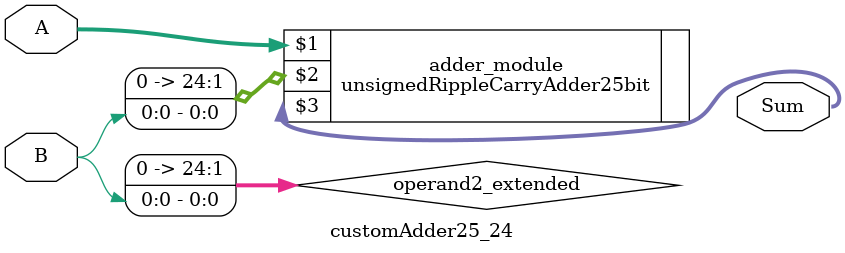
<source format=v>

module customAdder25_24(
                    input [24 : 0] A,
                    input [0 : 0] B,
                    
                    output [25 : 0] Sum
            );

    wire [24 : 0] operand2_extended;
    
    assign operand2_extended =  {24'b0, B};
    
    unsignedRippleCarryAdder25bit adder_module(
        A,
        operand2_extended,
        Sum
    );
    
endmodule
        
</source>
